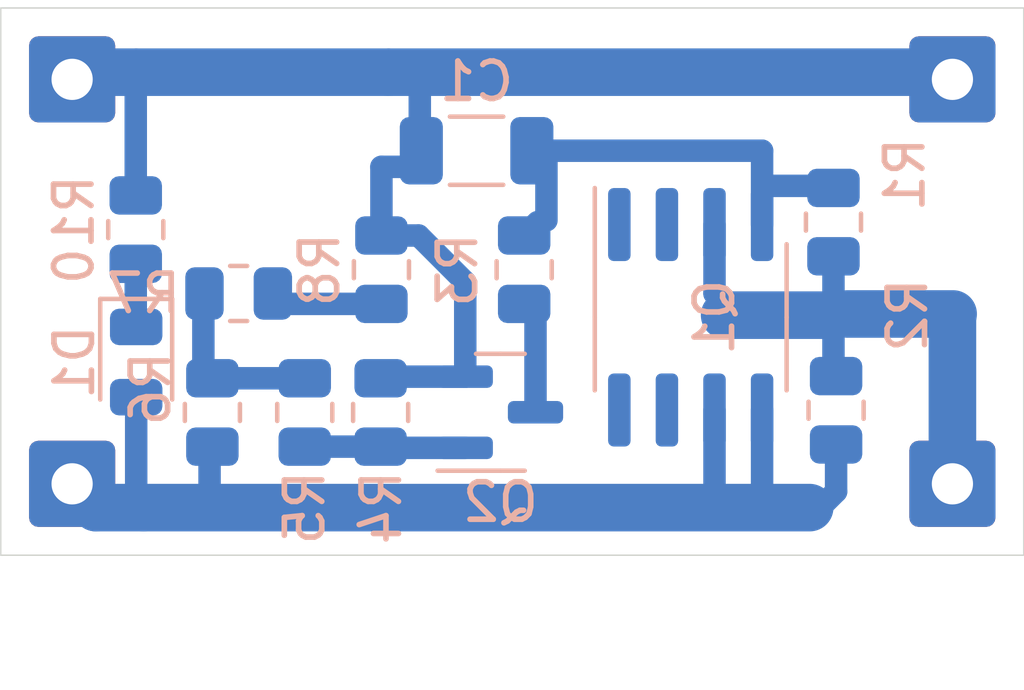
<source format=kicad_pcb>
(kicad_pcb (version 20211014) (generator pcbnew)
  (title_block (rev "1"))
  (layers (0 "F.Cu" signal "Front") (1 "In1.Cu" signal) (2 "In2.Cu" signal) (31 "B.Cu" signal "Back") (34 "B.Paste" user) (35 "F.Paste" user) (36 "B.SilkS" user "B.Silkscreen") (37 "F.SilkS" user "F.Silkscreen") (38 "B.Mask" user) (39 "F.Mask" user) (44 "Edge.Cuts" user))
  (net 0 "")
  (net 1 "Net-(C1-Pad1)")
  (net 2 "GND")
  (net 3 "V_IN")
  (net 4 "V_OUT")
  (net 5 "Net-(Q2-Pad1)")
  (net 6 "Net-(Q2-Pad3)")
  (net 7 "Net-(R5-Pad1)")
  (net 8 "Net-(D1-Pad1)")
  (net 9 "Net-(R8-Pad2)")
  (footprint "Package_SO:SOIC-8_3.9x4.9mm_P1.27mm" (layer "B.Cu") (at 132.715 85.725 -90)
    (fp_text reference "Q1" (at 0 -0.635 90) (layer "B.SilkS") (effects (justify mirror)))
    (fp_text value "AO4805")
    (fp_line (start 0 2.56) (end -3.45 2.56) (layer "B.SilkS") (width 0.12))
    (fp_line (start 0 -2.56) (end -1.95 -2.56) (layer "B.SilkS") (width 0.12))
    (fp_line (start 0 2.56) (end 1.95 2.56) (layer "B.SilkS") (width 0.12))
    (fp_line (start 0 -2.56) (end 1.95 -2.56) (layer "B.SilkS") (width 0.12))
    (pad "1" smd roundrect locked (at -2.475 1.905 270) (size 1.95 0.6) (layers "B.Cu" "B.Paste" "B.Mask"))
    (pad "2" smd roundrect locked (at -2.475 0.635 270) (size 1.95 0.6) (layers "B.Cu" "B.Paste" "B.Mask"))
    (pad "3" smd roundrect locked (at -2.475 -0.635 270) (size 1.95 0.6) (layers "B.Cu" "B.Paste" "B.Mask") (net 3 "V_IN"))
    (pad "4" smd roundrect locked (at -2.475 -1.905 270) (size 1.95 0.6) (layers "B.Cu" "B.Paste" "B.Mask") (net 1 "Net-(C1-Pad1)"))
    (pad "5" smd roundrect locked (at 2.475 -1.905 270) (size 1.95 0.6) (layers "B.Cu" "B.Paste" "B.Mask") (net 4 "V_OUT"))
    (pad "6" smd roundrect locked (at 2.475 -0.635 270) (size 1.95 0.6) (layers "B.Cu" "B.Paste" "B.Mask") (net 4 "V_OUT"))
    (pad "7" smd roundrect locked (at 2.475 0.635 270) (size 1.95 0.6) (layers "B.Cu" "B.Paste" "B.Mask"))
    (pad "8" smd roundrect locked (at 2.475 1.905 270) (size 1.95 0.6) (layers "B.Cu" "B.Paste" "B.Mask"))
  )
  (footprint "Resistor_SMD:R_0805_2012Metric" (layer "B.Cu") (at 120.65 85.09 180)
    (fp_text reference "R7" (at 2.54 0) (layer "B.SilkS") (effects (justify mirror)))
    (fp_text value "3k")
    (fp_line (start -0.227064 0.735) (end 0.227064 0.735) (layer "B.SilkS") (width 0.12))
    (fp_line (start -0.227064 -0.735) (end 0.227064 -0.735) (layer "B.SilkS") (width 0.12))
    (pad "1" smd roundrect locked (at -0.9125 0 180) (size 1.025 1.4) (layers "B.Cu" "B.Paste" "B.Mask") (roundrect_rratio 0.243902) (net 9 "Net-(R8-Pad2)"))
    (pad "2" smd roundrect locked (at 0.9125 0 180) (size 1.025 1.4) (layers "B.Cu" "B.Paste" "B.Mask") (roundrect_rratio 0.243902) (net 7 "Net-(R5-Pad1)"))
  )
  (footprint "Connector_Wire:SolderWire-0.5sqmm_1x01_D0.9mm_OD2.3mm" (layer "B.Cu") (at 116.205 90.17 180)
    (fp_text reference "J3" hide)
    (fp_text value "Vout")
    (pad "1" thru_hole roundrect locked (at 0 0 180) (size 2.3 2.3) (drill 1.1) (layers *.Cu *.Mask) (roundrect_rratio 0.108696) (net 4 "V_OUT"))
  )
  (footprint "Connector_Wire:SolderWire-0.5sqmm_1x01_D0.9mm_OD2.3mm" (layer "B.Cu") (at 116.205 79.375 180)
    (fp_text reference "J4" hide)
    (fp_text value "GND")
    (pad "1" thru_hole roundrect locked (at 0 0 180) (size 2.3 2.3) (drill 1.1) (layers *.Cu *.Mask) (roundrect_rratio 0.108696) (net 2 "GND"))
  )
  (footprint "Resistor_SMD:R_0805_2012Metric" (layer "B.Cu") (at 119.948512 88.264999 -90)
    (fp_text reference "R6" (at -0.635 1.65 90) (layer "B.SilkS") (effects (justify mirror)))
    (fp_text value "30k")
    (fp_line (start -0.227064 -0.735) (end 0.227064 -0.735) (layer "B.SilkS") (width 0.12))
    (fp_line (start -0.227064 0.735) (end 0.227064 0.735) (layer "B.SilkS") (width 0.12))
    (pad "1" smd roundrect locked (at -0.9125 0 270) (size 1.025 1.4) (layers "B.Cu" "B.Paste" "B.Mask") (roundrect_rratio 0.243902) (net 7 "Net-(R5-Pad1)"))
    (pad "2" smd roundrect locked (at 0.9125 0 270) (size 1.025 1.4) (layers "B.Cu" "B.Paste" "B.Mask") (roundrect_rratio 0.243902) (net 4 "V_OUT"))
  )
  (footprint "LED_SMD:LED_0805_2012Metric" (layer "B.Cu") (at 117.914902 86.92 -90)
    (fp_text reference "D1" (at 0 1.65 90) (layer "B.SilkS") (effects (justify mirror)))
    (fp_text value "LED")
    (fp_line (start -1.685 0.96) (end -1.685 -0.96) (layer "B.SilkS") (width 0.12))
    (fp_line (start 1 0.96) (end -1.685 0.96) (layer "B.SilkS") (width 0.12))
    (fp_line (start -1.685 -0.96) (end 1 -0.96) (layer "B.SilkS") (width 0.12))
    (pad "1" smd roundrect locked (at -0.9375 0 270) (size 0.975 1.4) (layers "B.Cu" "B.Paste" "B.Mask") (net 8 "Net-(D1-Pad1)"))
    (pad "2" smd roundrect locked (at 0.9375 0 270) (size 0.975 1.4) (layers "B.Cu" "B.Paste" "B.Mask") (net 4 "V_OUT"))
  )
  (footprint "Resistor_SMD:R_0805_2012Metric" (layer "B.Cu") (at 124.43917 88.265 -90)
    (fp_text reference "R4" (at 2.54 -0.02083 90) (layer "B.SilkS") (effects (justify mirror)))
    (fp_text value "10k")
    (fp_line (start -0.227064 0.735) (end 0.227064 0.735) (layer "B.SilkS") (width 0.12))
    (fp_line (start -0.227064 -0.735) (end 0.227064 -0.735) (layer "B.SilkS") (width 0.12))
    (pad "1" smd roundrect locked (at -0.9125 0 270) (size 1.025 1.4) (layers "B.Cu" "B.Paste" "B.Mask") (roundrect_rratio 0.243902) (net 2 "GND"))
    (pad "2" smd roundrect locked (at 0.9125 0 270) (size 1.025 1.4) (layers "B.Cu" "B.Paste" "B.Mask") (roundrect_rratio 0.243902) (net 5 "Net-(Q2-Pad1)"))
  )
  (footprint "Connector_Wire:SolderWire-0.5sqmm_1x01_D0.9mm_OD2.3mm" (layer "B.Cu") (at 139.7 90.17 180)
    (fp_text reference "J1" hide)
    (fp_text value "Vin")
    (pad "1" thru_hole roundrect locked (at 0 0 180) (size 2.3 2.3) (drill 1.1) (layers *.Cu *.Mask) (roundrect_rratio 0.108696) (net 3 "V_IN"))
  )
  (footprint "Connector_Wire:SolderWire-0.5sqmm_1x01_D0.9mm_OD2.3mm" (layer "B.Cu") (at 139.7 79.375 180)
    (fp_text reference "J2" hide)
    (fp_text value "GND")
    (pad "1" thru_hole roundrect locked (at 0 0 180) (size 2.3 2.3) (drill 1.1) (layers *.Cu *.Mask) (roundrect_rratio 0.108696) (net 2 "GND"))
  )
  (footprint "Capacitor_SMD:C_1206_3216Metric" (layer "B.Cu") (at 127 81.28 180)
    (fp_text reference "C1" (at 0 1.85) (layer "B.SilkS") (effects (justify mirror)))
    (fp_text value "100n")
    (fp_line (start -0.711252 0.91) (end 0.711252 0.91) (layer "B.SilkS") (width 0.12))
    (fp_line (start -0.711252 -0.91) (end 0.711252 -0.91) (layer "B.SilkS") (width 0.12))
    (pad "1" smd roundrect locked (at -1.475 0 180) (size 1.15 1.8) (layers "B.Cu" "B.Paste" "B.Mask") (roundrect_rratio 0.217391) (net 1 "Net-(C1-Pad1)"))
    (pad "2" smd roundrect locked (at 1.475 0 180) (size 1.15 1.8) (layers "B.Cu" "B.Paste" "B.Mask") (roundrect_rratio 0.217391) (net 2 "GND"))
  )
  (footprint "Resistor_SMD:R_0805_2012Metric" (layer "B.Cu") (at 136.59529 88.207088 -90)
    (fp_text reference "R2" (at -2.54 -1.905 90) (layer "B.SilkS") (effects (justify mirror)))
    (fp_text value "30k")
    (fp_line (start -0.227064 -0.735) (end 0.227064 -0.735) (layer "B.SilkS") (width 0.12))
    (fp_line (start -0.227064 0.735) (end 0.227064 0.735) (layer "B.SilkS") (width 0.12))
    (pad "1" smd roundrect locked (at -0.9125 0 270) (size 1.025 1.4) (layers "B.Cu" "B.Paste" "B.Mask") (roundrect_rratio 0.243902) (net 3 "V_IN"))
    (pad "2" smd roundrect locked (at 0.9125 0 270) (size 1.025 1.4) (layers "B.Cu" "B.Paste" "B.Mask") (roundrect_rratio 0.243902) (net 4 "V_OUT"))
  )
  (footprint "Resistor_SMD:R_0805_2012Metric" (layer "B.Cu") (at 117.903434 83.384898 -90)
    (fp_text reference "R10" (at 0 1.65 90) (layer "B.SilkS") (effects (justify mirror)))
    (fp_text value "10k")
    (fp_line (start -0.227064 0.735) (end 0.227064 0.735) (layer "B.SilkS") (width 0.12))
    (fp_line (start -0.227064 -0.735) (end 0.227064 -0.735) (layer "B.SilkS") (width 0.12))
    (pad "1" smd roundrect locked (at -0.9125 0 270) (size 1.025 1.4) (layers "B.Cu" "B.Paste" "B.Mask") (roundrect_rratio 0.243902) (net 2 "GND"))
    (pad "2" smd roundrect locked (at 0.9125 0 270) (size 1.025 1.4) (layers "B.Cu" "B.Paste" "B.Mask") (roundrect_rratio 0.243902) (net 8 "Net-(D1-Pad1)"))
  )
  (footprint "Resistor_SMD:R_0805_2012Metric" (layer "B.Cu") (at 136.525 83.185 -90)
    (fp_text reference "R1" (at -1.27 -1.905 90) (layer "B.SilkS") (effects (justify mirror)))
    (fp_text value "12k")
    (fp_line (start -0.227064 -0.735) (end 0.227064 -0.735) (layer "B.SilkS") (width 0.12))
    (fp_line (start -0.227064 0.735) (end 0.227064 0.735) (layer "B.SilkS") (width 0.12))
    (pad "1" smd roundrect locked (at -0.9125 0 270) (size 1.025 1.4) (layers "B.Cu" "B.Paste" "B.Mask") (roundrect_rratio 0.243902) (net 1 "Net-(C1-Pad1)"))
    (pad "2" smd roundrect locked (at 0.9125 0 270) (size 1.025 1.4) (layers "B.Cu" "B.Paste" "B.Mask") (roundrect_rratio 0.243902) (net 3 "V_IN"))
  )
  (footprint "Package_TO_SOT_SMD:SOT-23" (layer "B.Cu") (at 127.635 88.259795)
    (fp_text reference "Q2" (at 0 2.4) (layer "B.SilkS") (effects (justify mirror)))
    (fp_text value "2N3904")
    (fp_line (start 0 -1.56) (end -0.65 -1.56) (layer "B.SilkS") (width 0.12))
    (fp_line (start 0 -1.56) (end 0.65 -1.56) (layer "B.SilkS") (width 0.12))
    (fp_line (start 0 1.56) (end 0.65 1.56) (layer "B.SilkS") (width 0.12))
    (fp_line (start 0 1.56) (end -1.675 1.56) (layer "B.SilkS") (width 0.12))
    (pad "1" smd roundrect locked (at -0.9375 0.95) (size 1.475 0.6) (layers "B.Cu" "B.Paste" "B.Mask") (net 5 "Net-(Q2-Pad1)"))
    (pad "2" smd roundrect locked (at -0.9375 -0.95) (size 1.475 0.6) (layers "B.Cu" "B.Paste" "B.Mask") (net 2 "GND"))
    (pad "3" smd roundrect locked (at 0.9375 0) (size 1.475 0.6) (layers "B.Cu" "B.Paste" "B.Mask") (net 6 "Net-(Q2-Pad3)"))
  )
  (footprint "Resistor_SMD:R_0805_2012Metric" (layer "B.Cu") (at 124.46 84.455 -90)
    (fp_text reference "R8" (at 0 1.65 90) (layer "B.SilkS") (effects (justify mirror)))
    (fp_text value "3.6k")
    (fp_line (start -0.227064 -0.735) (end 0.227064 -0.735) (layer "B.SilkS") (width 0.12))
    (fp_line (start -0.227064 0.735) (end 0.227064 0.735) (layer "B.SilkS") (width 0.12))
    (pad "1" smd roundrect locked (at -0.9125 0 270) (size 1.025 1.4) (layers "B.Cu" "B.Paste" "B.Mask") (roundrect_rratio 0.243902) (net 2 "GND"))
    (pad "2" smd roundrect locked (at 0.9125 0 270) (size 1.025 1.4) (layers "B.Cu" "B.Paste" "B.Mask") (roundrect_rratio 0.243902) (net 9 "Net-(R8-Pad2)"))
  )
  (footprint "Resistor_SMD:R_0805_2012Metric" (layer "B.Cu") (at 128.27 84.455 90)
    (fp_text reference "R3" (at -0.005969 -1.777326 90) (layer "B.SilkS") (effects (justify mirror)))
    (fp_text value "10k")
    (fp_line (start -0.227064 0.735) (end 0.227064 0.735) (layer "B.SilkS") (width 0.12))
    (fp_line (start -0.227064 -0.735) (end 0.227064 -0.735) (layer "B.SilkS") (width 0.12))
    (pad "1" smd roundrect locked (at -0.9125 0 90) (size 1.025 1.4) (layers "B.Cu" "B.Paste" "B.Mask") (roundrect_rratio 0.243902) (net 6 "Net-(Q2-Pad3)"))
    (pad "2" smd roundrect locked (at 0.9125 0 90) (size 1.025 1.4) (layers "B.Cu" "B.Paste" "B.Mask") (roundrect_rratio 0.243902) (net 1 "Net-(C1-Pad1)"))
  )
  (footprint "Resistor_SMD:R_0805_2012Metric" (layer "B.Cu") (at 122.41383 88.264925 -90)
    (fp_text reference "R5" (at 2.540075 0 90) (layer "B.SilkS") (effects (justify mirror)))
    (fp_text value "10k")
    (fp_line (start -0.227064 0.735) (end 0.227064 0.735) (layer "B.SilkS") (width 0.12))
    (fp_line (start -0.227064 -0.735) (end 0.227064 -0.735) (layer "B.SilkS") (width 0.12))
    (pad "1" smd roundrect locked (at -0.9125 0 270) (size 1.025 1.4) (layers "B.Cu" "B.Paste" "B.Mask") (roundrect_rratio 0.243902) (net 7 "Net-(R5-Pad1)"))
    (pad "2" smd roundrect locked (at 0.9125 0 270) (size 1.025 1.4) (layers "B.Cu" "B.Paste" "B.Mask") (roundrect_rratio 0.243902) (net 5 "Net-(Q2-Pad1)"))
  )
  (gr_rect (start 114.3 77.47) (end 141.605 92.075) (layer "Edge.Cuts") (width 0.0381) (fill none))
  (segment (start 134.760092 82.217541) (end 136.372592 82.217541) (width 0.6) (layer "B.Cu") (net 1))
  (segment (start 134.62 81.28) (end 134.62 83.25) (width 0.6) (layer "B.Cu") (net 1))
  (segment (start 128.6275 83.185) (end 128.27 83.5425) (width 0.6) (layer "B.Cu") (net 1))
  (segment (start 128.475 81.28) (end 134.62 81.28) (width 0.6) (layer "B.Cu") (net 1))
  (segment (start 128.864385 81.305918) (end 128.864385 83.138418) (width 0.6) (layer "B.Cu") (net 1))
  (segment (start 124.89 79.42196) (end 124.65152 79.18348) (width 0.6) (layer "B.Cu") (net 2))
  (segment (start 117.903434 79.198526) (end 117.91848 79.18348) (width 0.6) (layer "B.Cu") (net 2))
  (segment (start 124.46 81.71) (end 125.095 81.71) (width 0.6) (layer "B.Cu") (net 2))
  (segment (start 125.484357 81.225596) (end 125.484357 79.367556) (width 0.6) (layer "B.Cu") (net 2))
  (segment (start 124.65152 79.18348) (end 139.25652 79.18348) (width 1.27) (layer "B.Cu") (net 2))
  (segment (start 117.91848 79.18348) (end 116.39652 79.18348) (width 1.27) (layer "B.Cu") (net 2))
  (segment (start 125.095 81.71) (end 125.525 81.28) (width 0.6) (layer "B.Cu") (net 2))
  (segment (start 124.65152 79.18348) (end 117.91848 79.18348) (width 1.27) (layer "B.Cu") (net 2))
  (segment (start 126.6975 84.7875) (end 126.6975 87.309795) (width 0.6) (layer "B.Cu") (net 2))
  (segment (start 124.46 83.5425) (end 124.46 81.71) (width 0.6) (layer "B.Cu") (net 2))
  (segment (start 126.6975 87.309795) (end 124.481875 87.309795) (width 0.6) (layer "B.Cu") (net 2))
  (segment (start 125.4525 83.5425) (end 126.6975 84.7875) (width 0.6) (layer "B.Cu") (net 2))
  (segment (start 117.903434 82.472398) (end 117.903434 79.198526) (width 0.6) (layer "B.Cu") (net 2))
  (segment (start 124.46 83.5425) (end 125.4525 83.5425) (width 0.6) (layer "B.Cu") (net 2))
  (segment (start 139.7 90.17) (end 139.7 85.725) (width 1.27) (layer "B.Cu") (net 3))
  (segment (start 139.719145 85.637053) (end 136.901645 85.637053) (width 1.27) (layer "B.Cu") (net 3))
  (segment (start 133.35 85.09) (end 133.6275 85.3675) (width 0.6) (layer "B.Cu") (net 3))
  (segment (start 136.525 84.0975) (end 136.525 87.224298) (width 0.6) (layer "B.Cu") (net 3))
  (segment (start 133.35 83.25) (end 133.35 85.09) (width 0.6) (layer "B.Cu") (net 3))
  (segment (start 133.620136 85.668548) (end 136.517636 85.668548) (width 1.27) (layer "B.Cu") (net 3))
  (segment (start 117.914902 90.609902) (end 118.11 90.805) (width 0.6) (layer "B.Cu") (net 4))
  (segment (start 118.11 90.805) (end 135.89 90.805) (width 1.27) (layer "B.Cu") (net 4))
  (segment (start 136.59529 89.119588) (end 136.59529 90.37721) (width 0.6) (layer "B.Cu") (net 4))
  (segment (start 134.62 88.2) (end 134.62 90.17) (width 0.6) (layer "B.Cu") (net 4))
  (segment (start 119.873293 89.136167) (end 119.873293 90.763667) (width 0.6) (layer "B.Cu") (net 4))
  (segment (start 117.914902 87.8575) (end 117.914902 90.609902) (width 0.6) (layer "B.Cu") (net 4))
  (segment (start 136.59529 90.37721) (end 136.1675 90.805) (width 0.6) (layer "B.Cu") (net 4))
  (segment (start 133.35 88.2) (end 133.35 90.17) (width 0.6) (layer "B.Cu") (net 4))
  (segment (start 136.1675 90.805) (end 135.89 90.805) (width 0.6) (layer "B.Cu") (net 4))
  (segment (start 116.205 90.17) (end 116.84 90.805) (width 1.27) (layer "B.Cu") (net 4))
  (segment (start 116.84 90.805) (end 118.11 90.805) (width 1.27) (layer "B.Cu") (net 4))
  (segment (start 126.6975 89.209795) (end 124.471465 89.209795) (width 0.6) (layer "B.Cu") (net 5))
  (segment (start 122.41383 89.177425) (end 124.439095 89.177425) (width 0.6) (layer "B.Cu") (net 5))
  (segment (start 128.5725 88.259795) (end 128.5725 85.67) (width 0.6) (layer "B.Cu") (net 6))
  (segment (start 128.5725 85.67) (end 128.27 85.3675) (width 0.6) (layer "B.Cu") (net 6))
  (segment (start 119.948512 87.352499) (end 122.413756 87.352499) (width 0.6) (layer "B.Cu") (net 7))
  (segment (start 119.70781 87.367099) (end 119.70781 85.462099) (width 0.6) (layer "B.Cu") (net 7))
  (segment (start 117.903434 84.297398) (end 117.903434 85.971032) (width 0.6) (layer "B.Cu") (net 8))
  (segment (start 117.903434 85.971032) (end 117.914902 85.9825) (width 0.6) (layer "B.Cu") (net 8))
  (segment (start 121.84 85.3675) (end 121.5625 85.09) (width 0.6) (layer "B.Cu") (net 9))
  (segment (start 124.46 85.3675) (end 121.84 85.3675) (width 0.6) (layer "B.Cu") (net 9))
)
</source>
